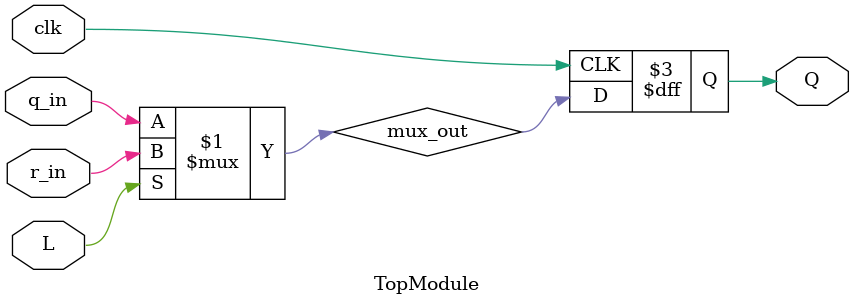
<source format=sv>
module TopModule (
    input logic clk,
    input logic L,
    input logic q_in,
    input logic r_in,
    output logic Q
);
    logic mux_out;

    // 2:1 multiplexer
    assign mux_out = L ? r_in : q_in;

    // D flip-flop to store the output
    always @(posedge clk) begin
        Q <= mux_out;
    end

endmodule
</source>
